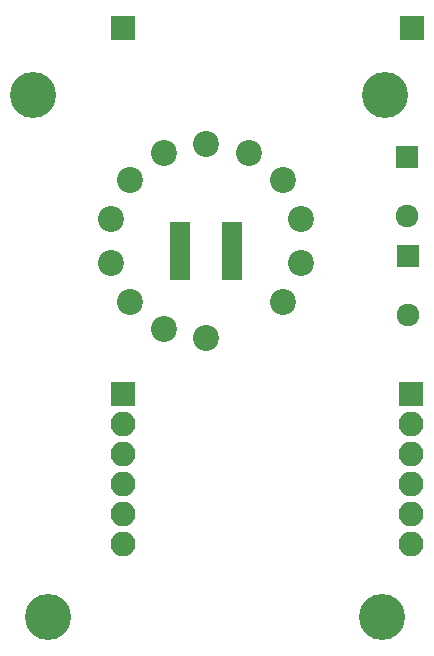
<source format=gts>
%TF.GenerationSoftware,KiCad,Pcbnew,4.0.7*%
%TF.CreationDate,2017-11-22T17:52:21+08:00*%
%TF.ProjectId,NixieTube_QS30,4E69786965547562655F515333302E6B,rev?*%
%TF.FileFunction,Soldermask,Top*%
%FSLAX46Y46*%
G04 Gerber Fmt 4.6, Leading zero omitted, Abs format (unit mm)*
G04 Created by KiCad (PCBNEW 4.0.7) date 11/22/17 17:52:21*
%MOMM*%
%LPD*%
G01*
G04 APERTURE LIST*
%ADD10C,0.100000*%
%ADD11C,3.900000*%
%ADD12R,2.100000X2.100000*%
%ADD13O,2.100000X2.100000*%
%ADD14R,1.924000X1.924000*%
%ADD15C,1.924000*%
%ADD16R,1.700000X1.600000*%
%ADD17R,1.700000X1.800000*%
%ADD18C,2.200000*%
G04 APERTURE END LIST*
D10*
D11*
X33300000Y-7700000D03*
X3500000Y-7700000D03*
X4700000Y-51900000D03*
X33030000Y-51900000D03*
D12*
X11100000Y-2000000D03*
X11100000Y-33000000D03*
D13*
X11100000Y-35540000D03*
X11100000Y-38080000D03*
X11100000Y-40620000D03*
X11100000Y-43160000D03*
X11100000Y-45700000D03*
D12*
X35550000Y-2000000D03*
X35500000Y-33000000D03*
D13*
X35500000Y-35540000D03*
X35500000Y-38080000D03*
X35500000Y-40620000D03*
X35500000Y-43160000D03*
X35500000Y-45700000D03*
D14*
X35150000Y-12950000D03*
D15*
X35150000Y-17950000D03*
D14*
X35200000Y-21300000D03*
D15*
X35200000Y-26300000D03*
D16*
X15950000Y-20900000D03*
X20350000Y-20900000D03*
D17*
X15950000Y-19300000D03*
X20350000Y-19300000D03*
X15950000Y-22500000D03*
X20350000Y-22500000D03*
D18*
X18143155Y-11785798D03*
X14563614Y-12602805D03*
X11693045Y-14892007D03*
X10100000Y-18200000D03*
X10100000Y-21871596D03*
X11693045Y-25179589D03*
X14563614Y-27468791D03*
X18143155Y-28285798D03*
X24593265Y-25179589D03*
X26186310Y-21871596D03*
X26186310Y-18200000D03*
X24593265Y-14892007D03*
X21722696Y-12602805D03*
M02*

</source>
